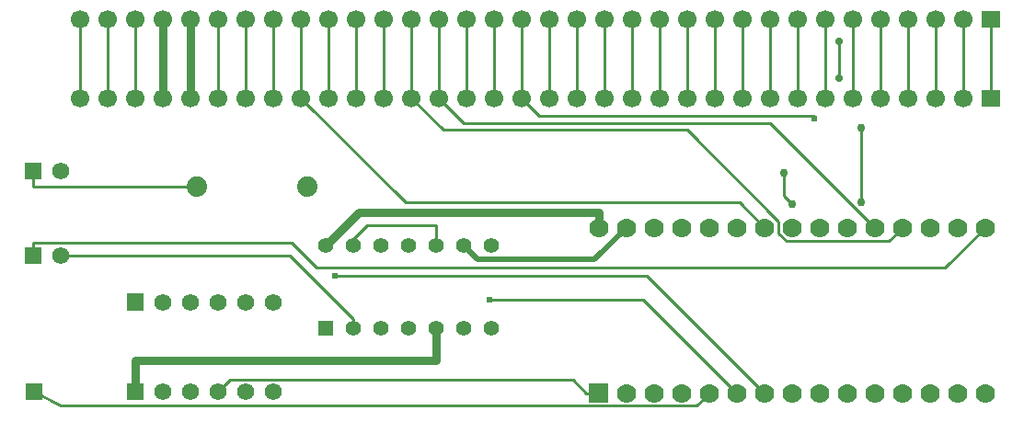
<source format=gtl>
G04 Layer: TopLayer*
G04 EasyEDA v6.4.17, 2021-03-07T18:10:31--5:00*
G04 e25061b296f74d69aa4e7e1dce6dd44d,c4bdc1ed97a445b28c1ad428ea0dbb50,10*
G04 Gerber Generator version 0.2*
G04 Scale: 100 percent, Rotated: No, Reflected: No *
G04 Dimensions in millimeters *
G04 leading zeros omitted , absolute positions ,4 integer and 5 decimal *
%FSLAX45Y45*%
%MOMM*%

%ADD10C,0.2540*%
%ADD11C,0.2600*%
%ADD12C,0.7500*%
%ADD13C,0.5000*%
%ADD14C,0.6100*%
%ADD15C,0.7000*%
%ADD16C,1.5748*%
%ADD17R,1.5748X1.5748*%
%ADD18R,1.7000X1.5240*%
%ADD19C,1.7000*%
%ADD21C,1.7780*%
%ADD23C,1.3970*%
%ADD24C,1.8796*%

%LPD*%
D11*
X8051800Y-7505700D02*
G01*
X8051800Y-7720731D01*
X8128000Y-7796931D01*
X8559800Y-6296210D02*
G01*
X8559800Y-6635935D01*
X8763000Y-7094194D02*
G01*
X8763000Y-7779994D01*
X3860800Y-6096000D02*
G01*
X3860800Y-6819900D01*
X3606800Y-6819900D02*
G01*
X3606800Y-6096000D01*
X3352800Y-6819900D02*
G01*
X3352800Y-6096000D01*
X3098800Y-6096000D02*
G01*
X3098800Y-6819900D01*
X2844800Y-6096000D02*
G01*
X2844800Y-6819900D01*
D12*
X2590800Y-6096000D02*
G01*
X2590800Y-6819900D01*
X2336800Y-6819900D02*
G01*
X2336800Y-6096000D01*
D11*
X2082800Y-6096000D02*
G01*
X2082800Y-6819900D01*
X1828800Y-6819900D02*
G01*
X1828800Y-6096000D01*
X1574800Y-6096000D02*
G01*
X1574800Y-6819900D01*
X9956800Y-6819900D02*
G01*
X9956800Y-6096000D01*
X9702800Y-6096000D02*
G01*
X9702800Y-6819900D01*
X4114800Y-6819900D02*
G01*
X4114800Y-6096000D01*
X4368800Y-6096000D02*
G01*
X4368800Y-6819900D01*
X4622800Y-6819900D02*
G01*
X4622800Y-6096000D01*
X4876800Y-6096000D02*
G01*
X4876800Y-6819900D01*
X5130800Y-6819900D02*
G01*
X5130800Y-6096000D01*
X5384800Y-6096000D02*
G01*
X5384800Y-6819900D01*
X5638800Y-6096000D02*
G01*
X5638800Y-6819900D01*
X5638800Y-6819900D02*
G01*
X5803900Y-6985000D01*
X8331200Y-6985000D01*
X8331200Y-7010400D01*
X8890000Y-8013700D02*
G01*
X7924800Y-7048500D01*
X5105400Y-7048500D01*
X4876800Y-6819900D01*
X8432800Y-6819900D02*
G01*
X8432800Y-6096000D01*
X8686800Y-6819900D02*
G01*
X8686800Y-6096000D01*
X8940800Y-6819900D02*
G01*
X8940800Y-6096000D01*
X9194800Y-6819900D02*
G01*
X9194800Y-6096000D01*
X9448800Y-6819900D02*
G01*
X9448800Y-6096000D01*
X8178800Y-6819900D02*
G01*
X8178800Y-6096000D01*
X7924800Y-6819900D02*
G01*
X7924800Y-6096000D01*
X7670800Y-6819900D02*
G01*
X7670800Y-6096000D01*
X7416800Y-6819900D02*
G01*
X7416800Y-6096000D01*
X7162800Y-6819900D02*
G01*
X7162800Y-6096000D01*
X6908800Y-6819900D02*
G01*
X6908800Y-6096000D01*
X6654800Y-6819900D02*
G01*
X6654800Y-6096000D01*
X6400800Y-6096000D02*
G01*
X6400800Y-6819900D01*
X6146800Y-6819900D02*
G01*
X6146800Y-6096000D01*
X5892800Y-6819900D02*
G01*
X5892800Y-6096000D01*
X4089400Y-8940800D02*
G01*
X4089400Y-8851900D01*
X3505200Y-8267700D01*
X1397000Y-8267700D01*
X2654300Y-7632700D02*
G01*
X1143000Y-7632700D01*
X1143000Y-7493000D01*
X1143000Y-8267700D02*
G01*
X1143000Y-8153400D01*
X3527552Y-8153654D01*
X3755897Y-8382000D01*
X9537700Y-8382000D01*
X9906000Y-8013700D01*
X7366000Y-9537700D02*
G01*
X7247890Y-9655810D01*
X1394460Y-9655810D01*
X1155700Y-9525000D01*
D12*
X2082800Y-9525000D02*
G01*
X2082800Y-9232900D01*
X4851400Y-9232900D01*
X4851400Y-8940800D01*
X6350000Y-8013700D02*
G01*
X6350000Y-7874000D01*
X4140200Y-7874000D01*
X3835400Y-8178800D01*
D13*
X5105400Y-8178800D02*
G01*
X5232400Y-8305800D01*
X6311900Y-8305800D01*
X6604000Y-8013700D01*
D11*
X7874000Y-9537700D02*
G01*
X6794500Y-8458200D01*
X3924300Y-8458200D01*
X7620000Y-9537700D02*
G01*
X6756400Y-8674100D01*
X5346700Y-8674100D01*
X6350000Y-9537700D02*
G01*
X6231890Y-9537700D01*
X6231890Y-9537700D02*
G01*
X6111240Y-9417050D01*
X2952750Y-9417050D01*
X2844800Y-9525000D01*
X4622800Y-6819900D02*
G01*
X4917947Y-7115047D01*
X7161022Y-7115047D01*
X8001000Y-7955279D01*
X8001000Y-8065515D01*
X8075929Y-8140445D01*
X9017254Y-8140445D01*
X9144000Y-8013700D01*
X3606800Y-6819900D02*
G01*
X4571745Y-7784845D01*
X7645145Y-7784845D01*
X7874000Y-8013700D01*
D10*
X4089400Y-8178800D02*
G01*
X4089400Y-8115300D01*
X4216400Y-7988300D01*
X4851400Y-7988300D01*
X4851400Y-8178800D01*
D16*
G01*
X3352800Y-8699500D03*
G01*
X3352800Y-9525000D03*
D17*
G01*
X1143000Y-7493000D03*
D16*
G01*
X1397000Y-7493000D03*
D17*
G01*
X1143000Y-8267700D03*
D16*
G01*
X1397000Y-8267700D03*
G01*
X3098800Y-8699500D03*
G01*
X2844800Y-8699500D03*
G01*
X2590800Y-8699500D03*
G01*
X2336800Y-8699500D03*
G36*
X2004059Y-8620760D02*
G01*
X2161540Y-8620760D01*
X2161540Y-8778239D01*
X2004059Y-8778239D01*
G37*
G01*
X3098800Y-9525000D03*
G01*
X2844800Y-9525000D03*
G01*
X2590800Y-9525000D03*
G01*
X2336800Y-9525000D03*
G36*
X2004059Y-9446260D02*
G01*
X2161540Y-9446260D01*
X2161540Y-9603739D01*
X2004059Y-9603739D01*
G37*
D18*
G01*
X9956800Y-6819900D03*
D19*
G01*
X9702800Y-6819900D03*
G01*
X9448800Y-6819900D03*
G01*
X9194800Y-6819900D03*
G01*
X8940800Y-6819900D03*
G01*
X8686800Y-6819900D03*
G01*
X8432800Y-6819900D03*
G01*
X8178800Y-6819900D03*
G01*
X7924800Y-6819900D03*
G01*
X7670800Y-6819900D03*
G01*
X7416800Y-6819900D03*
G01*
X7162800Y-6819900D03*
G01*
X6908800Y-6819900D03*
G01*
X6654800Y-6819900D03*
G01*
X6400800Y-6819900D03*
G01*
X6146800Y-6819900D03*
G01*
X5892800Y-6819900D03*
G01*
X5638800Y-6819900D03*
G01*
X5384800Y-6819900D03*
G01*
X5130800Y-6819900D03*
G01*
X4876800Y-6819900D03*
G01*
X4622800Y-6819900D03*
G01*
X4368800Y-6819900D03*
G01*
X4114800Y-6819900D03*
G01*
X3860800Y-6819900D03*
G01*
X3606800Y-6819900D03*
G01*
X3352800Y-6819900D03*
G01*
X3098800Y-6819900D03*
G01*
X2844800Y-6819900D03*
G01*
X2590800Y-6819900D03*
G01*
X2336800Y-6819900D03*
G01*
X2082800Y-6819900D03*
G01*
X1828800Y-6819900D03*
G01*
X1574800Y-6819900D03*
D18*
G01*
X9956800Y-6096000D03*
D19*
G01*
X9702800Y-6096000D03*
G01*
X9448800Y-6096000D03*
G01*
X9194800Y-6096000D03*
G01*
X8940800Y-6096000D03*
G01*
X8686800Y-6096000D03*
G01*
X8432800Y-6096000D03*
G01*
X8178800Y-6096000D03*
G01*
X7924800Y-6096000D03*
G01*
X7670800Y-6096000D03*
G01*
X7416800Y-6096000D03*
G01*
X7162800Y-6096000D03*
G01*
X6908800Y-6096000D03*
G01*
X6654800Y-6096000D03*
G01*
X6400800Y-6096000D03*
G01*
X6146800Y-6096000D03*
G01*
X5892800Y-6096000D03*
G01*
X5638800Y-6096000D03*
G01*
X5384800Y-6096000D03*
G01*
X5130800Y-6096000D03*
G01*
X4876800Y-6096000D03*
G01*
X4622800Y-6096000D03*
G01*
X4368800Y-6096000D03*
G01*
X4114800Y-6096000D03*
G01*
X3860800Y-6096000D03*
G01*
X3606800Y-6096000D03*
G01*
X3352800Y-6096000D03*
G01*
X3098800Y-6096000D03*
G01*
X2844800Y-6096000D03*
G01*
X2590800Y-6096000D03*
G01*
X2336800Y-6096000D03*
G01*
X2082800Y-6096000D03*
G01*
X1828800Y-6096000D03*
G01*
X1574800Y-6096000D03*
G36*
X6261100Y-9448800D02*
G01*
X6438900Y-9448800D01*
X6438900Y-9626600D01*
X6261100Y-9626600D01*
G37*
D21*
G01*
X6604000Y-9537700D03*
G01*
X6858000Y-9537700D03*
G01*
X7112000Y-9537700D03*
G01*
X7366000Y-9537700D03*
G01*
X7620000Y-9537700D03*
G01*
X7874000Y-9537700D03*
G01*
X8128000Y-9537700D03*
G01*
X8382000Y-9537700D03*
G01*
X8636000Y-9537700D03*
G01*
X8890000Y-9537700D03*
G01*
X9144000Y-9537700D03*
G01*
X9398000Y-9537700D03*
G01*
X9652000Y-9537700D03*
G01*
X9906000Y-9537700D03*
G01*
X6350000Y-8013700D03*
G01*
X6604000Y-8013700D03*
G01*
X6858000Y-8013700D03*
G01*
X7112000Y-8013700D03*
G01*
X7366000Y-8013700D03*
G01*
X7620000Y-8013700D03*
G01*
X7874000Y-8013700D03*
G01*
X8128000Y-8013700D03*
G01*
X8382000Y-8013700D03*
G01*
X8636000Y-8013700D03*
G01*
X8890000Y-8013700D03*
G01*
X9144000Y-8013700D03*
G01*
X9398000Y-8013700D03*
G01*
X9652000Y-8013700D03*
G01*
X9906000Y-8013700D03*
D17*
G01*
X1155700Y-9525000D03*
G36*
X3765550Y-8870950D02*
G01*
X3905250Y-8870950D01*
X3905250Y-9010650D01*
X3765550Y-9010650D01*
G37*
D23*
G01*
X4089400Y-8940800D03*
G01*
X4343400Y-8940800D03*
G01*
X4597400Y-8940800D03*
G01*
X4851400Y-8940800D03*
G01*
X5105400Y-8940800D03*
G01*
X5359400Y-8940800D03*
G01*
X5359400Y-8178800D03*
G01*
X5105400Y-8178800D03*
G01*
X4851400Y-8178800D03*
G01*
X4597400Y-8178800D03*
G01*
X4343400Y-8178800D03*
G01*
X4089400Y-8178800D03*
G01*
X3835400Y-8178800D03*
D24*
G01*
X2654300Y-7632700D03*
G01*
X3670300Y-7632700D03*
D14*
G01*
X3924300Y-8458200D03*
G01*
X5346700Y-8674100D03*
G01*
X8331200Y-7010400D03*
D15*
G01*
X8559800Y-6296202D03*
G01*
X8559800Y-6635927D03*
D12*
G01*
X8051800Y-7505700D03*
G01*
X8128000Y-7796936D03*
G01*
X8763000Y-7094194D03*
G01*
X8763000Y-7779994D03*
M02*

</source>
